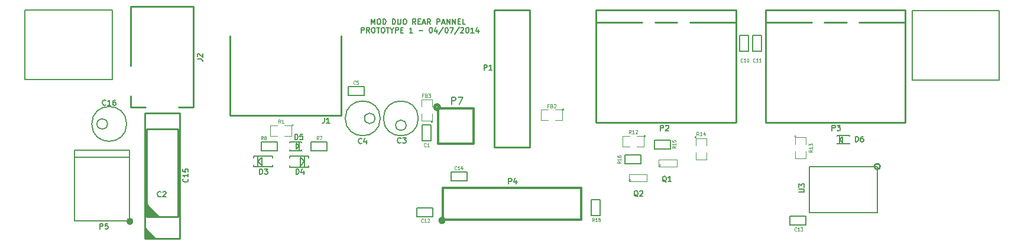
<source format=gto>
G04 (created by PCBNEW (2013-07-07 BZR 4022)-stable) date 14/05/2014 10:05:02*
%MOIN*%
G04 Gerber Fmt 3.4, Leading zero omitted, Abs format*
%FSLAX34Y34*%
G01*
G70*
G90*
G04 APERTURE LIST*
%ADD10C,0.00590551*%
%ADD11C,0.02*%
%ADD12C,0.006*%
%ADD13C,0.0031*%
%ADD14C,0.0075*%
%ADD15C,0.005*%
%ADD16C,0.0039*%
%ADD17C,0.00984252*%
%ADD18C,0.012*%
%ADD19C,0.01*%
%ADD20C,0.0045*%
%ADD21C,0.0043*%
%ADD22C,0.008*%
G04 APERTURE END LIST*
G54D10*
G54D11*
X6046Y-12005D02*
G75*
G03X6046Y-12005I-101J0D01*
G74*
G01*
X23395Y-5540D02*
G75*
G03X23395Y-5540I-130J0D01*
G74*
G01*
X23656Y-11955D02*
G75*
G03X23656Y-11955I-111J0D01*
G74*
G01*
G54D12*
X19557Y-846D02*
X19557Y-546D01*
X19657Y-760D01*
X19757Y-546D01*
X19757Y-846D01*
X19957Y-546D02*
X20014Y-546D01*
X20042Y-560D01*
X20071Y-589D01*
X20085Y-646D01*
X20085Y-746D01*
X20071Y-803D01*
X20042Y-832D01*
X20014Y-846D01*
X19957Y-846D01*
X19928Y-832D01*
X19900Y-803D01*
X19885Y-746D01*
X19885Y-646D01*
X19900Y-589D01*
X19928Y-560D01*
X19957Y-546D01*
X20214Y-846D02*
X20214Y-546D01*
X20285Y-546D01*
X20328Y-560D01*
X20357Y-589D01*
X20371Y-617D01*
X20385Y-675D01*
X20385Y-717D01*
X20371Y-775D01*
X20357Y-803D01*
X20328Y-832D01*
X20285Y-846D01*
X20214Y-846D01*
X20742Y-846D02*
X20742Y-546D01*
X20814Y-546D01*
X20857Y-560D01*
X20885Y-589D01*
X20899Y-617D01*
X20914Y-675D01*
X20914Y-717D01*
X20899Y-775D01*
X20885Y-803D01*
X20857Y-832D01*
X20814Y-846D01*
X20742Y-846D01*
X21042Y-546D02*
X21042Y-789D01*
X21057Y-817D01*
X21071Y-832D01*
X21099Y-846D01*
X21157Y-846D01*
X21185Y-832D01*
X21199Y-817D01*
X21214Y-789D01*
X21214Y-546D01*
X21414Y-546D02*
X21471Y-546D01*
X21500Y-560D01*
X21528Y-589D01*
X21542Y-646D01*
X21542Y-746D01*
X21528Y-803D01*
X21500Y-832D01*
X21471Y-846D01*
X21414Y-846D01*
X21385Y-832D01*
X21357Y-803D01*
X21342Y-746D01*
X21342Y-646D01*
X21357Y-589D01*
X21385Y-560D01*
X21414Y-546D01*
X22071Y-846D02*
X21971Y-703D01*
X21900Y-846D02*
X21900Y-546D01*
X22014Y-546D01*
X22042Y-560D01*
X22057Y-575D01*
X22071Y-603D01*
X22071Y-646D01*
X22057Y-675D01*
X22042Y-689D01*
X22014Y-703D01*
X21900Y-703D01*
X22200Y-689D02*
X22300Y-689D01*
X22342Y-846D02*
X22200Y-846D01*
X22200Y-546D01*
X22342Y-546D01*
X22457Y-760D02*
X22600Y-760D01*
X22428Y-846D02*
X22528Y-546D01*
X22628Y-846D01*
X22900Y-846D02*
X22800Y-703D01*
X22728Y-846D02*
X22728Y-546D01*
X22842Y-546D01*
X22871Y-560D01*
X22885Y-575D01*
X22900Y-603D01*
X22900Y-646D01*
X22885Y-675D01*
X22871Y-689D01*
X22842Y-703D01*
X22728Y-703D01*
X23257Y-846D02*
X23257Y-546D01*
X23371Y-546D01*
X23400Y-560D01*
X23414Y-575D01*
X23428Y-603D01*
X23428Y-646D01*
X23414Y-675D01*
X23400Y-689D01*
X23371Y-703D01*
X23257Y-703D01*
X23542Y-760D02*
X23685Y-760D01*
X23514Y-846D02*
X23614Y-546D01*
X23714Y-846D01*
X23814Y-846D02*
X23814Y-546D01*
X23985Y-846D01*
X23985Y-546D01*
X24128Y-846D02*
X24128Y-546D01*
X24300Y-846D01*
X24300Y-546D01*
X24442Y-689D02*
X24542Y-689D01*
X24585Y-846D02*
X24442Y-846D01*
X24442Y-546D01*
X24585Y-546D01*
X24857Y-846D02*
X24714Y-846D01*
X24714Y-546D01*
X18985Y-1326D02*
X18985Y-1026D01*
X19100Y-1026D01*
X19128Y-1040D01*
X19142Y-1055D01*
X19157Y-1083D01*
X19157Y-1126D01*
X19142Y-1155D01*
X19128Y-1169D01*
X19100Y-1183D01*
X18985Y-1183D01*
X19457Y-1326D02*
X19357Y-1183D01*
X19285Y-1326D02*
X19285Y-1026D01*
X19400Y-1026D01*
X19428Y-1040D01*
X19442Y-1055D01*
X19457Y-1083D01*
X19457Y-1126D01*
X19442Y-1155D01*
X19428Y-1169D01*
X19400Y-1183D01*
X19285Y-1183D01*
X19642Y-1026D02*
X19700Y-1026D01*
X19728Y-1040D01*
X19757Y-1069D01*
X19771Y-1126D01*
X19771Y-1226D01*
X19757Y-1283D01*
X19728Y-1312D01*
X19700Y-1326D01*
X19642Y-1326D01*
X19614Y-1312D01*
X19585Y-1283D01*
X19571Y-1226D01*
X19571Y-1126D01*
X19585Y-1069D01*
X19614Y-1040D01*
X19642Y-1026D01*
X19857Y-1026D02*
X20028Y-1026D01*
X19942Y-1326D02*
X19942Y-1026D01*
X20185Y-1026D02*
X20242Y-1026D01*
X20271Y-1040D01*
X20300Y-1069D01*
X20314Y-1126D01*
X20314Y-1226D01*
X20300Y-1283D01*
X20271Y-1312D01*
X20242Y-1326D01*
X20185Y-1326D01*
X20157Y-1312D01*
X20128Y-1283D01*
X20114Y-1226D01*
X20114Y-1126D01*
X20128Y-1069D01*
X20157Y-1040D01*
X20185Y-1026D01*
X20400Y-1026D02*
X20571Y-1026D01*
X20485Y-1326D02*
X20485Y-1026D01*
X20728Y-1183D02*
X20728Y-1326D01*
X20628Y-1026D02*
X20728Y-1183D01*
X20828Y-1026D01*
X20928Y-1326D02*
X20928Y-1026D01*
X21042Y-1026D01*
X21071Y-1040D01*
X21085Y-1055D01*
X21100Y-1083D01*
X21100Y-1126D01*
X21085Y-1155D01*
X21071Y-1169D01*
X21042Y-1183D01*
X20928Y-1183D01*
X21228Y-1169D02*
X21328Y-1169D01*
X21371Y-1326D02*
X21228Y-1326D01*
X21228Y-1026D01*
X21371Y-1026D01*
X21885Y-1326D02*
X21714Y-1326D01*
X21800Y-1326D02*
X21800Y-1026D01*
X21771Y-1069D01*
X21742Y-1097D01*
X21714Y-1112D01*
X22242Y-1212D02*
X22471Y-1212D01*
X22900Y-1026D02*
X22928Y-1026D01*
X22957Y-1040D01*
X22971Y-1055D01*
X22985Y-1083D01*
X23000Y-1140D01*
X23000Y-1212D01*
X22985Y-1269D01*
X22971Y-1297D01*
X22957Y-1312D01*
X22928Y-1326D01*
X22900Y-1326D01*
X22871Y-1312D01*
X22857Y-1297D01*
X22842Y-1269D01*
X22828Y-1212D01*
X22828Y-1140D01*
X22842Y-1083D01*
X22857Y-1055D01*
X22871Y-1040D01*
X22900Y-1026D01*
X23257Y-1126D02*
X23257Y-1326D01*
X23185Y-1012D02*
X23114Y-1226D01*
X23300Y-1226D01*
X23628Y-1012D02*
X23371Y-1397D01*
X23785Y-1026D02*
X23814Y-1026D01*
X23842Y-1040D01*
X23857Y-1055D01*
X23871Y-1083D01*
X23885Y-1140D01*
X23885Y-1212D01*
X23871Y-1269D01*
X23857Y-1297D01*
X23842Y-1312D01*
X23814Y-1326D01*
X23785Y-1326D01*
X23757Y-1312D01*
X23742Y-1297D01*
X23728Y-1269D01*
X23714Y-1212D01*
X23714Y-1140D01*
X23728Y-1083D01*
X23742Y-1055D01*
X23757Y-1040D01*
X23785Y-1026D01*
X23985Y-1026D02*
X24185Y-1026D01*
X24057Y-1326D01*
X24514Y-1012D02*
X24257Y-1397D01*
X24600Y-1055D02*
X24614Y-1040D01*
X24642Y-1026D01*
X24714Y-1026D01*
X24742Y-1040D01*
X24757Y-1055D01*
X24771Y-1083D01*
X24771Y-1112D01*
X24757Y-1155D01*
X24585Y-1326D01*
X24771Y-1326D01*
X24957Y-1026D02*
X24985Y-1026D01*
X25014Y-1040D01*
X25028Y-1055D01*
X25042Y-1083D01*
X25057Y-1140D01*
X25057Y-1212D01*
X25042Y-1269D01*
X25028Y-1297D01*
X25014Y-1312D01*
X24985Y-1326D01*
X24957Y-1326D01*
X24928Y-1312D01*
X24914Y-1297D01*
X24900Y-1269D01*
X24885Y-1212D01*
X24885Y-1140D01*
X24900Y-1083D01*
X24914Y-1055D01*
X24928Y-1040D01*
X24957Y-1026D01*
X25342Y-1326D02*
X25171Y-1326D01*
X25257Y-1326D02*
X25257Y-1026D01*
X25228Y-1069D01*
X25199Y-1097D01*
X25171Y-1112D01*
X25599Y-1126D02*
X25599Y-1326D01*
X25528Y-1012D02*
X25457Y-1226D01*
X25642Y-1226D01*
G54D13*
X35874Y-8838D02*
G75*
G03X35874Y-8838I-62J0D01*
G74*
G01*
X36775Y-8500D02*
X36775Y-8900D01*
X35750Y-8500D02*
X35750Y-8900D01*
X36775Y-8900D02*
X35750Y-8900D01*
X35750Y-8500D02*
X36775Y-8500D01*
G54D14*
X13976Y-8305D02*
X13976Y-8400D01*
X13976Y-8914D02*
X13976Y-8820D01*
X12914Y-8916D02*
X12914Y-8820D01*
X12914Y-8305D02*
X12914Y-8400D01*
X13976Y-8915D02*
X12914Y-8915D01*
X12914Y-8305D02*
X13976Y-8305D01*
X13169Y-8305D02*
X13169Y-8915D01*
X13169Y-8610D02*
X13406Y-8374D01*
X13406Y-8374D02*
X13406Y-8846D01*
X13406Y-8846D02*
X13169Y-8610D01*
X14974Y-8930D02*
X14974Y-8835D01*
X14974Y-8321D02*
X14974Y-8415D01*
X16036Y-8319D02*
X16036Y-8415D01*
X16036Y-8930D02*
X16036Y-8835D01*
X14974Y-8320D02*
X16036Y-8320D01*
X16036Y-8930D02*
X14974Y-8930D01*
X15781Y-8930D02*
X15781Y-8320D01*
X15781Y-8625D02*
X15544Y-8861D01*
X15544Y-8861D02*
X15544Y-8389D01*
X15544Y-8389D02*
X15781Y-8625D01*
G54D10*
X19763Y-6175D02*
G75*
G03X19763Y-6175I-295J0D01*
G74*
G01*
X20059Y-6175D02*
G75*
G03X20059Y-6175I-984J0D01*
G74*
G01*
G54D15*
X24070Y-9210D02*
X24970Y-9210D01*
X24970Y-9210D02*
X24970Y-9710D01*
X24970Y-9710D02*
X24070Y-9710D01*
X24070Y-9710D02*
X24070Y-9210D01*
X40835Y-1460D02*
X40835Y-2360D01*
X40835Y-2360D02*
X40335Y-2360D01*
X40335Y-2360D02*
X40335Y-1460D01*
X40335Y-1460D02*
X40835Y-1460D01*
X44055Y-12205D02*
X43155Y-12205D01*
X43155Y-12205D02*
X43155Y-11705D01*
X43155Y-11705D02*
X44055Y-11705D01*
X44055Y-11705D02*
X44055Y-12205D01*
X18265Y-4365D02*
X19165Y-4365D01*
X19165Y-4365D02*
X19165Y-4865D01*
X19165Y-4865D02*
X18265Y-4865D01*
X18265Y-4865D02*
X18265Y-4365D01*
X34750Y-8750D02*
X33850Y-8750D01*
X33850Y-8750D02*
X33850Y-8250D01*
X33850Y-8250D02*
X34750Y-8250D01*
X34750Y-8250D02*
X34750Y-8750D01*
X41560Y-1460D02*
X41560Y-2360D01*
X41560Y-2360D02*
X41060Y-2360D01*
X41060Y-2360D02*
X41060Y-1460D01*
X41060Y-1460D02*
X41560Y-1460D01*
X36425Y-7900D02*
X35525Y-7900D01*
X35525Y-7900D02*
X35525Y-7400D01*
X35525Y-7400D02*
X36425Y-7400D01*
X36425Y-7400D02*
X36425Y-7900D01*
X32465Y-10785D02*
X32465Y-11685D01*
X32465Y-11685D02*
X31965Y-11685D01*
X31965Y-11685D02*
X31965Y-10785D01*
X31965Y-10785D02*
X32465Y-10785D01*
X16170Y-7500D02*
X17070Y-7500D01*
X17070Y-7500D02*
X17070Y-8000D01*
X17070Y-8000D02*
X16170Y-8000D01*
X16170Y-8000D02*
X16170Y-7500D01*
X13350Y-7500D02*
X14250Y-7500D01*
X14250Y-7500D02*
X14250Y-8000D01*
X14250Y-8000D02*
X13350Y-8000D01*
X13350Y-8000D02*
X13350Y-7500D01*
X23025Y-11750D02*
X22125Y-11750D01*
X22125Y-11750D02*
X22125Y-11250D01*
X22125Y-11250D02*
X23025Y-11250D01*
X23025Y-11250D02*
X23025Y-11750D01*
G54D16*
X35025Y-7175D02*
G75*
G03X35025Y-7175I-50J0D01*
G74*
G01*
X34525Y-7175D02*
X34925Y-7175D01*
X34925Y-7175D02*
X34925Y-7775D01*
X34925Y-7775D02*
X34525Y-7775D01*
X34125Y-7775D02*
X33725Y-7775D01*
X33725Y-7775D02*
X33725Y-7175D01*
X33725Y-7175D02*
X34125Y-7175D01*
X37900Y-7250D02*
G75*
G03X37900Y-7250I-50J0D01*
G74*
G01*
X37850Y-7700D02*
X37850Y-7300D01*
X37850Y-7300D02*
X38450Y-7300D01*
X38450Y-7300D02*
X38450Y-7700D01*
X38450Y-8100D02*
X38450Y-8500D01*
X38450Y-8500D02*
X37850Y-8500D01*
X37850Y-8500D02*
X37850Y-8100D01*
X43500Y-7200D02*
G75*
G03X43500Y-7200I-50J0D01*
G74*
G01*
X43450Y-7650D02*
X43450Y-7250D01*
X43450Y-7250D02*
X44050Y-7250D01*
X44050Y-7250D02*
X44050Y-7650D01*
X44050Y-8050D02*
X44050Y-8450D01*
X44050Y-8450D02*
X43450Y-8450D01*
X43450Y-8450D02*
X43450Y-8050D01*
X15170Y-6570D02*
G75*
G03X15170Y-6570I-50J0D01*
G74*
G01*
X14670Y-6570D02*
X15070Y-6570D01*
X15070Y-6570D02*
X15070Y-7170D01*
X15070Y-7170D02*
X14670Y-7170D01*
X14270Y-7170D02*
X13870Y-7170D01*
X13870Y-7170D02*
X13870Y-6570D01*
X13870Y-6570D02*
X14270Y-6570D01*
G54D17*
X48245Y-8900D02*
G75*
G03X48245Y-8900I-161J0D01*
G74*
G01*
G54D10*
X48084Y-11499D02*
X48084Y-8900D01*
X48084Y-8900D02*
X44265Y-8900D01*
X44265Y-8900D02*
X44265Y-11499D01*
X44265Y-11499D02*
X48084Y-11499D01*
G54D14*
X15497Y-7996D02*
X15497Y-7504D01*
X15329Y-7917D02*
X15329Y-7583D01*
X15329Y-7583D02*
X15497Y-7750D01*
X15497Y-7750D02*
X15329Y-7917D01*
X15625Y-7504D02*
X15625Y-7553D01*
X15625Y-7996D02*
X15625Y-7947D01*
X14955Y-7504D02*
X14955Y-7553D01*
X14955Y-7996D02*
X14955Y-7947D01*
X15625Y-7506D02*
X14955Y-7506D01*
X15625Y-7998D02*
X14955Y-7998D01*
X45968Y-7129D02*
X45968Y-7621D01*
X46136Y-7208D02*
X46136Y-7542D01*
X46136Y-7542D02*
X45968Y-7375D01*
X45968Y-7375D02*
X46136Y-7208D01*
X45840Y-7621D02*
X45840Y-7572D01*
X45840Y-7129D02*
X45840Y-7178D01*
X46510Y-7621D02*
X46510Y-7572D01*
X46510Y-7129D02*
X46510Y-7178D01*
X45840Y-7619D02*
X46510Y-7619D01*
X45840Y-7127D02*
X46510Y-7127D01*
G54D13*
X34199Y-9688D02*
G75*
G03X34199Y-9688I-62J0D01*
G74*
G01*
X35100Y-9350D02*
X35100Y-9750D01*
X34075Y-9350D02*
X34075Y-9750D01*
X35100Y-9750D02*
X34075Y-9750D01*
X34075Y-9350D02*
X35100Y-9350D01*
G54D18*
X23600Y-11900D02*
X23600Y-10100D01*
X23600Y-10100D02*
X31400Y-10100D01*
X31400Y-10100D02*
X31400Y-11900D01*
X31400Y-11900D02*
X23600Y-11900D01*
G54D15*
X5918Y-8376D02*
X2818Y-8376D01*
X5150Y-7962D02*
X2818Y-7962D01*
X5150Y-11978D02*
X2818Y-11978D01*
X2818Y-11978D02*
X2818Y-7962D01*
X5918Y-9970D02*
X5918Y-7962D01*
X5918Y-7962D02*
X5150Y-7962D01*
X5918Y-9970D02*
X5918Y-11978D01*
X5918Y-11978D02*
X5150Y-11978D01*
G54D10*
X4681Y-6490D02*
G75*
G03X4681Y-6490I-295J0D01*
G74*
G01*
X5764Y-6490D02*
G75*
G03X5764Y-6490I-984J0D01*
G74*
G01*
G54D17*
X7267Y-12963D02*
X6775Y-12471D01*
X7071Y-12963D02*
X6775Y-12668D01*
X6874Y-12963D02*
X6775Y-12864D01*
X6972Y-12963D02*
X6775Y-12766D01*
X7169Y-12963D02*
X6775Y-12569D01*
X7366Y-12963D02*
X6775Y-12372D01*
X8744Y-5876D02*
X6775Y-5876D01*
X8744Y-12963D02*
X8744Y-5876D01*
X6775Y-12963D02*
X6775Y-5876D01*
X8744Y-12963D02*
X6775Y-12963D01*
G54D10*
X50049Y-61D02*
X54970Y-61D01*
X54970Y-61D02*
X54970Y-3998D01*
X54970Y-3998D02*
X50049Y-3998D01*
X50049Y-3998D02*
X50049Y-61D01*
X29Y-26D02*
X4950Y-26D01*
X4950Y-26D02*
X4950Y-3963D01*
X4950Y-3963D02*
X29Y-3963D01*
X29Y-3963D02*
X29Y-26D01*
G54D15*
X22425Y-7450D02*
X22425Y-6550D01*
X22425Y-6550D02*
X22925Y-6550D01*
X22925Y-6550D02*
X22925Y-7450D01*
X22925Y-7450D02*
X22425Y-7450D01*
G54D18*
X25325Y-5600D02*
X25325Y-7600D01*
X25325Y-7600D02*
X23325Y-7600D01*
X23325Y-7600D02*
X23325Y-5600D01*
X23325Y-5600D02*
X25325Y-5600D01*
G54D16*
X23025Y-6375D02*
G75*
G03X23025Y-6375I-50J0D01*
G74*
G01*
X22975Y-5925D02*
X22975Y-6325D01*
X22975Y-6325D02*
X22375Y-6325D01*
X22375Y-6325D02*
X22375Y-5925D01*
X22375Y-5525D02*
X22375Y-5125D01*
X22375Y-5125D02*
X22975Y-5125D01*
X22975Y-5125D02*
X22975Y-5525D01*
G54D10*
X21520Y-6568D02*
G75*
G03X21520Y-6568I-295J0D01*
G74*
G01*
X22209Y-6175D02*
G75*
G03X22209Y-6175I-984J0D01*
G74*
G01*
G54D16*
X30425Y-5675D02*
G75*
G03X30425Y-5675I-50J0D01*
G74*
G01*
X29925Y-5675D02*
X30325Y-5675D01*
X30325Y-5675D02*
X30325Y-6275D01*
X30325Y-6275D02*
X29925Y-6275D01*
X29525Y-6275D02*
X29125Y-6275D01*
X29125Y-6275D02*
X29125Y-5675D01*
X29125Y-5675D02*
X29525Y-5675D01*
G54D19*
X11605Y-6004D02*
X11605Y-1517D01*
X17845Y-6004D02*
X17845Y-1517D01*
X11604Y-6003D02*
X17845Y-6003D01*
X28503Y-44D02*
X28503Y-7800D01*
X28503Y-44D02*
X26496Y-44D01*
X28503Y-7800D02*
X26496Y-7800D01*
X26503Y-44D02*
X26503Y-7800D01*
G54D17*
X46315Y-755D02*
X46354Y-755D01*
X45114Y-755D02*
X45095Y-755D01*
X41787Y-755D02*
X44386Y-755D01*
X46315Y-755D02*
X45114Y-755D01*
X49662Y-755D02*
X47063Y-755D01*
X49662Y-47D02*
X41787Y-47D01*
X41787Y-47D02*
X41787Y-6425D01*
X41787Y-6425D02*
X49662Y-6425D01*
X49662Y-6425D02*
X49662Y-47D01*
X36765Y-755D02*
X36804Y-755D01*
X35564Y-755D02*
X35545Y-755D01*
X32237Y-755D02*
X34836Y-755D01*
X36765Y-755D02*
X35564Y-755D01*
X40112Y-755D02*
X37513Y-755D01*
X40112Y-47D02*
X32237Y-47D01*
X32237Y-47D02*
X32237Y-6425D01*
X32237Y-6425D02*
X40112Y-6425D01*
X40112Y-6425D02*
X40112Y-47D01*
X7566Y-11732D02*
X6877Y-11043D01*
X7468Y-11732D02*
X6877Y-11141D01*
X6897Y-11279D02*
X7350Y-11732D01*
X7212Y-11732D02*
X6877Y-11397D01*
X6877Y-11515D02*
X7094Y-11732D01*
X6956Y-11732D02*
X6877Y-11653D01*
X6877Y-11732D02*
X6877Y-6771D01*
X6877Y-6771D02*
X8649Y-6771D01*
X8649Y-6771D02*
X8649Y-11732D01*
X8649Y-11732D02*
X6877Y-11732D01*
X5988Y142D02*
X5988Y-3223D01*
X5988Y-5526D02*
X5988Y-4916D01*
X5988Y-5526D02*
X6815Y-5526D01*
X5988Y142D02*
X9531Y142D01*
X9531Y142D02*
X9531Y-5526D01*
X9531Y-5526D02*
X8704Y-5526D01*
G54D12*
X36196Y-9775D02*
X36167Y-9760D01*
X36139Y-9732D01*
X36096Y-9689D01*
X36067Y-9675D01*
X36039Y-9675D01*
X36053Y-9746D02*
X36025Y-9732D01*
X35996Y-9703D01*
X35982Y-9646D01*
X35982Y-9546D01*
X35996Y-9489D01*
X36025Y-9460D01*
X36053Y-9446D01*
X36110Y-9446D01*
X36139Y-9460D01*
X36167Y-9489D01*
X36182Y-9546D01*
X36182Y-9646D01*
X36167Y-9703D01*
X36139Y-9732D01*
X36110Y-9746D01*
X36053Y-9746D01*
X36467Y-9746D02*
X36296Y-9746D01*
X36382Y-9746D02*
X36382Y-9446D01*
X36353Y-9489D01*
X36325Y-9517D01*
X36296Y-9532D01*
X13263Y-9336D02*
X13263Y-9036D01*
X13335Y-9036D01*
X13377Y-9050D01*
X13406Y-9079D01*
X13420Y-9107D01*
X13435Y-9165D01*
X13435Y-9207D01*
X13420Y-9265D01*
X13406Y-9293D01*
X13377Y-9322D01*
X13335Y-9336D01*
X13263Y-9336D01*
X13535Y-9036D02*
X13720Y-9036D01*
X13620Y-9150D01*
X13663Y-9150D01*
X13692Y-9165D01*
X13706Y-9179D01*
X13720Y-9207D01*
X13720Y-9279D01*
X13706Y-9307D01*
X13692Y-9322D01*
X13663Y-9336D01*
X13577Y-9336D01*
X13549Y-9322D01*
X13535Y-9307D01*
X15313Y-9331D02*
X15313Y-9031D01*
X15385Y-9031D01*
X15427Y-9045D01*
X15456Y-9074D01*
X15470Y-9102D01*
X15485Y-9160D01*
X15485Y-9202D01*
X15470Y-9260D01*
X15456Y-9288D01*
X15427Y-9317D01*
X15385Y-9331D01*
X15313Y-9331D01*
X15742Y-9131D02*
X15742Y-9331D01*
X15670Y-9017D02*
X15599Y-9231D01*
X15785Y-9231D01*
X19020Y-7572D02*
X19005Y-7587D01*
X18962Y-7601D01*
X18934Y-7601D01*
X18891Y-7587D01*
X18862Y-7558D01*
X18848Y-7530D01*
X18834Y-7472D01*
X18834Y-7430D01*
X18848Y-7372D01*
X18862Y-7344D01*
X18891Y-7315D01*
X18934Y-7301D01*
X18962Y-7301D01*
X19005Y-7315D01*
X19020Y-7330D01*
X19277Y-7401D02*
X19277Y-7601D01*
X19205Y-7287D02*
X19134Y-7501D01*
X19320Y-7501D01*
G54D20*
X24364Y-9061D02*
X24355Y-9071D01*
X24330Y-9080D01*
X24312Y-9080D01*
X24287Y-9071D01*
X24270Y-9052D01*
X24261Y-9033D01*
X24252Y-8995D01*
X24252Y-8966D01*
X24261Y-8928D01*
X24270Y-8909D01*
X24287Y-8890D01*
X24312Y-8880D01*
X24330Y-8880D01*
X24355Y-8890D01*
X24364Y-8900D01*
X24535Y-9080D02*
X24432Y-9080D01*
X24484Y-9080D02*
X24484Y-8880D01*
X24467Y-8909D01*
X24450Y-8928D01*
X24432Y-8938D01*
X24690Y-8947D02*
X24690Y-9080D01*
X24647Y-8871D02*
X24604Y-9014D01*
X24715Y-9014D01*
X40494Y-2971D02*
X40485Y-2981D01*
X40460Y-2990D01*
X40442Y-2990D01*
X40417Y-2981D01*
X40400Y-2962D01*
X40391Y-2943D01*
X40382Y-2905D01*
X40382Y-2876D01*
X40391Y-2838D01*
X40400Y-2819D01*
X40417Y-2800D01*
X40442Y-2790D01*
X40460Y-2790D01*
X40485Y-2800D01*
X40494Y-2810D01*
X40665Y-2990D02*
X40562Y-2990D01*
X40614Y-2990D02*
X40614Y-2790D01*
X40597Y-2819D01*
X40580Y-2838D01*
X40562Y-2848D01*
X40777Y-2790D02*
X40794Y-2790D01*
X40811Y-2800D01*
X40820Y-2810D01*
X40828Y-2829D01*
X40837Y-2867D01*
X40837Y-2914D01*
X40828Y-2952D01*
X40820Y-2971D01*
X40811Y-2981D01*
X40794Y-2990D01*
X40777Y-2990D01*
X40760Y-2981D01*
X40751Y-2971D01*
X40742Y-2952D01*
X40734Y-2914D01*
X40734Y-2867D01*
X40742Y-2829D01*
X40751Y-2810D01*
X40760Y-2800D01*
X40777Y-2790D01*
X43529Y-12526D02*
X43520Y-12536D01*
X43495Y-12545D01*
X43477Y-12545D01*
X43452Y-12536D01*
X43435Y-12517D01*
X43426Y-12498D01*
X43417Y-12460D01*
X43417Y-12431D01*
X43426Y-12393D01*
X43435Y-12374D01*
X43452Y-12355D01*
X43477Y-12345D01*
X43495Y-12345D01*
X43520Y-12355D01*
X43529Y-12365D01*
X43700Y-12545D02*
X43597Y-12545D01*
X43649Y-12545D02*
X43649Y-12345D01*
X43632Y-12374D01*
X43615Y-12393D01*
X43597Y-12403D01*
X43760Y-12345D02*
X43872Y-12345D01*
X43812Y-12422D01*
X43837Y-12422D01*
X43855Y-12431D01*
X43863Y-12441D01*
X43872Y-12460D01*
X43872Y-12507D01*
X43863Y-12526D01*
X43855Y-12536D01*
X43837Y-12545D01*
X43786Y-12545D01*
X43769Y-12536D01*
X43760Y-12526D01*
X18660Y-4226D02*
X18651Y-4236D01*
X18625Y-4245D01*
X18608Y-4245D01*
X18582Y-4236D01*
X18565Y-4217D01*
X18557Y-4198D01*
X18548Y-4160D01*
X18548Y-4131D01*
X18557Y-4093D01*
X18565Y-4074D01*
X18582Y-4055D01*
X18608Y-4045D01*
X18625Y-4045D01*
X18651Y-4055D01*
X18660Y-4065D01*
X18822Y-4045D02*
X18737Y-4045D01*
X18728Y-4141D01*
X18737Y-4131D01*
X18754Y-4122D01*
X18797Y-4122D01*
X18814Y-4131D01*
X18822Y-4141D01*
X18831Y-4160D01*
X18831Y-4207D01*
X18822Y-4226D01*
X18814Y-4236D01*
X18797Y-4245D01*
X18754Y-4245D01*
X18737Y-4236D01*
X18728Y-4226D01*
X33630Y-8615D02*
X33535Y-8675D01*
X33630Y-8718D02*
X33430Y-8718D01*
X33430Y-8650D01*
X33440Y-8632D01*
X33450Y-8624D01*
X33469Y-8615D01*
X33497Y-8615D01*
X33516Y-8624D01*
X33526Y-8632D01*
X33535Y-8650D01*
X33535Y-8718D01*
X33630Y-8444D02*
X33630Y-8547D01*
X33630Y-8495D02*
X33430Y-8495D01*
X33459Y-8512D01*
X33478Y-8530D01*
X33488Y-8547D01*
X33430Y-8290D02*
X33430Y-8324D01*
X33440Y-8341D01*
X33450Y-8350D01*
X33478Y-8367D01*
X33516Y-8375D01*
X33592Y-8375D01*
X33611Y-8367D01*
X33621Y-8358D01*
X33630Y-8341D01*
X33630Y-8307D01*
X33621Y-8290D01*
X33611Y-8281D01*
X33592Y-8272D01*
X33545Y-8272D01*
X33526Y-8281D01*
X33516Y-8290D01*
X33507Y-8307D01*
X33507Y-8341D01*
X33516Y-8358D01*
X33526Y-8367D01*
X33545Y-8375D01*
X41194Y-2971D02*
X41185Y-2981D01*
X41160Y-2990D01*
X41142Y-2990D01*
X41117Y-2981D01*
X41100Y-2962D01*
X41091Y-2943D01*
X41082Y-2905D01*
X41082Y-2876D01*
X41091Y-2838D01*
X41100Y-2819D01*
X41117Y-2800D01*
X41142Y-2790D01*
X41160Y-2790D01*
X41185Y-2800D01*
X41194Y-2810D01*
X41365Y-2990D02*
X41262Y-2990D01*
X41314Y-2990D02*
X41314Y-2790D01*
X41297Y-2819D01*
X41280Y-2838D01*
X41262Y-2848D01*
X41537Y-2990D02*
X41434Y-2990D01*
X41485Y-2990D02*
X41485Y-2790D01*
X41468Y-2819D01*
X41451Y-2838D01*
X41434Y-2848D01*
X36715Y-7755D02*
X36620Y-7815D01*
X36715Y-7858D02*
X36515Y-7858D01*
X36515Y-7790D01*
X36525Y-7772D01*
X36535Y-7764D01*
X36554Y-7755D01*
X36582Y-7755D01*
X36601Y-7764D01*
X36611Y-7772D01*
X36620Y-7790D01*
X36620Y-7858D01*
X36715Y-7584D02*
X36715Y-7687D01*
X36715Y-7635D02*
X36515Y-7635D01*
X36544Y-7652D01*
X36563Y-7670D01*
X36573Y-7687D01*
X36515Y-7421D02*
X36515Y-7507D01*
X36611Y-7515D01*
X36601Y-7507D01*
X36592Y-7490D01*
X36592Y-7447D01*
X36601Y-7430D01*
X36611Y-7421D01*
X36630Y-7412D01*
X36677Y-7412D01*
X36696Y-7421D01*
X36706Y-7430D01*
X36715Y-7447D01*
X36715Y-7490D01*
X36706Y-7507D01*
X36696Y-7515D01*
X32129Y-12020D02*
X32069Y-11925D01*
X32026Y-12020D02*
X32026Y-11820D01*
X32095Y-11820D01*
X32112Y-11830D01*
X32120Y-11840D01*
X32129Y-11859D01*
X32129Y-11887D01*
X32120Y-11906D01*
X32112Y-11916D01*
X32095Y-11925D01*
X32026Y-11925D01*
X32300Y-12020D02*
X32197Y-12020D01*
X32249Y-12020D02*
X32249Y-11820D01*
X32232Y-11849D01*
X32215Y-11868D01*
X32197Y-11878D01*
X32403Y-11906D02*
X32386Y-11897D01*
X32377Y-11887D01*
X32369Y-11868D01*
X32369Y-11859D01*
X32377Y-11840D01*
X32386Y-11830D01*
X32403Y-11820D01*
X32437Y-11820D01*
X32455Y-11830D01*
X32463Y-11840D01*
X32472Y-11859D01*
X32472Y-11868D01*
X32463Y-11887D01*
X32455Y-11897D01*
X32437Y-11906D01*
X32403Y-11906D01*
X32386Y-11916D01*
X32377Y-11925D01*
X32369Y-11944D01*
X32369Y-11982D01*
X32377Y-12001D01*
X32386Y-12011D01*
X32403Y-12020D01*
X32437Y-12020D01*
X32455Y-12011D01*
X32463Y-12001D01*
X32472Y-11982D01*
X32472Y-11944D01*
X32463Y-11925D01*
X32455Y-11916D01*
X32437Y-11906D01*
X16585Y-7370D02*
X16525Y-7275D01*
X16482Y-7370D02*
X16482Y-7170D01*
X16550Y-7170D01*
X16567Y-7180D01*
X16576Y-7190D01*
X16585Y-7209D01*
X16585Y-7237D01*
X16576Y-7256D01*
X16567Y-7266D01*
X16550Y-7275D01*
X16482Y-7275D01*
X16645Y-7170D02*
X16765Y-7170D01*
X16687Y-7370D01*
X13450Y-7385D02*
X13390Y-7290D01*
X13347Y-7385D02*
X13347Y-7185D01*
X13415Y-7185D01*
X13432Y-7195D01*
X13441Y-7205D01*
X13450Y-7224D01*
X13450Y-7252D01*
X13441Y-7271D01*
X13432Y-7281D01*
X13415Y-7290D01*
X13347Y-7290D01*
X13552Y-7271D02*
X13535Y-7262D01*
X13527Y-7252D01*
X13518Y-7233D01*
X13518Y-7224D01*
X13527Y-7205D01*
X13535Y-7195D01*
X13552Y-7185D01*
X13587Y-7185D01*
X13604Y-7195D01*
X13612Y-7205D01*
X13621Y-7224D01*
X13621Y-7233D01*
X13612Y-7252D01*
X13604Y-7262D01*
X13587Y-7271D01*
X13552Y-7271D01*
X13535Y-7281D01*
X13527Y-7290D01*
X13518Y-7309D01*
X13518Y-7347D01*
X13527Y-7366D01*
X13535Y-7376D01*
X13552Y-7385D01*
X13587Y-7385D01*
X13604Y-7376D01*
X13612Y-7366D01*
X13621Y-7347D01*
X13621Y-7309D01*
X13612Y-7290D01*
X13604Y-7281D01*
X13587Y-7271D01*
X22479Y-12031D02*
X22470Y-12041D01*
X22445Y-12050D01*
X22427Y-12050D01*
X22402Y-12041D01*
X22385Y-12022D01*
X22376Y-12003D01*
X22367Y-11965D01*
X22367Y-11936D01*
X22376Y-11898D01*
X22385Y-11879D01*
X22402Y-11860D01*
X22427Y-11850D01*
X22445Y-11850D01*
X22470Y-11860D01*
X22479Y-11870D01*
X22650Y-12050D02*
X22547Y-12050D01*
X22599Y-12050D02*
X22599Y-11850D01*
X22582Y-11879D01*
X22565Y-11898D01*
X22547Y-11908D01*
X22719Y-11870D02*
X22727Y-11860D01*
X22745Y-11850D01*
X22787Y-11850D01*
X22805Y-11860D01*
X22813Y-11870D01*
X22822Y-11889D01*
X22822Y-11908D01*
X22813Y-11936D01*
X22710Y-12050D01*
X22822Y-12050D01*
G54D21*
X34198Y-7029D02*
X34132Y-6935D01*
X34085Y-7029D02*
X34085Y-6832D01*
X34160Y-6832D01*
X34179Y-6842D01*
X34188Y-6851D01*
X34198Y-6870D01*
X34198Y-6898D01*
X34188Y-6917D01*
X34179Y-6926D01*
X34160Y-6935D01*
X34085Y-6935D01*
X34385Y-7029D02*
X34273Y-7029D01*
X34329Y-7029D02*
X34329Y-6832D01*
X34310Y-6860D01*
X34292Y-6879D01*
X34273Y-6889D01*
X34461Y-6851D02*
X34470Y-6842D01*
X34489Y-6832D01*
X34536Y-6832D01*
X34554Y-6842D01*
X34564Y-6851D01*
X34573Y-6870D01*
X34573Y-6889D01*
X34564Y-6917D01*
X34451Y-7029D01*
X34573Y-7029D01*
X38013Y-7154D02*
X37947Y-7060D01*
X37900Y-7154D02*
X37900Y-6957D01*
X37975Y-6957D01*
X37994Y-6967D01*
X38003Y-6976D01*
X38013Y-6995D01*
X38013Y-7023D01*
X38003Y-7042D01*
X37994Y-7051D01*
X37975Y-7060D01*
X37900Y-7060D01*
X38200Y-7154D02*
X38088Y-7154D01*
X38144Y-7154D02*
X38144Y-6957D01*
X38125Y-6985D01*
X38107Y-7004D01*
X38088Y-7014D01*
X38369Y-7023D02*
X38369Y-7154D01*
X38322Y-6948D02*
X38276Y-7089D01*
X38397Y-7089D01*
X44434Y-7971D02*
X44340Y-8037D01*
X44434Y-8084D02*
X44237Y-8084D01*
X44237Y-8009D01*
X44247Y-7990D01*
X44256Y-7981D01*
X44275Y-7971D01*
X44303Y-7971D01*
X44322Y-7981D01*
X44331Y-7990D01*
X44340Y-8009D01*
X44340Y-8084D01*
X44434Y-7784D02*
X44434Y-7896D01*
X44434Y-7840D02*
X44237Y-7840D01*
X44265Y-7859D01*
X44284Y-7877D01*
X44294Y-7896D01*
X44237Y-7718D02*
X44237Y-7596D01*
X44312Y-7662D01*
X44312Y-7633D01*
X44322Y-7615D01*
X44331Y-7605D01*
X44350Y-7596D01*
X44397Y-7596D01*
X44415Y-7605D01*
X44425Y-7615D01*
X44434Y-7633D01*
X44434Y-7690D01*
X44425Y-7708D01*
X44415Y-7718D01*
X14442Y-6449D02*
X14376Y-6355D01*
X14329Y-6449D02*
X14329Y-6252D01*
X14404Y-6252D01*
X14423Y-6262D01*
X14432Y-6271D01*
X14442Y-6290D01*
X14442Y-6318D01*
X14432Y-6337D01*
X14423Y-6346D01*
X14404Y-6355D01*
X14329Y-6355D01*
X14629Y-6449D02*
X14517Y-6449D01*
X14573Y-6449D02*
X14573Y-6252D01*
X14554Y-6280D01*
X14535Y-6299D01*
X14517Y-6309D01*
G54D12*
X43671Y-10353D02*
X43914Y-10353D01*
X43942Y-10339D01*
X43957Y-10325D01*
X43971Y-10296D01*
X43971Y-10239D01*
X43957Y-10210D01*
X43942Y-10196D01*
X43914Y-10182D01*
X43671Y-10182D01*
X43671Y-10067D02*
X43671Y-9882D01*
X43785Y-9982D01*
X43785Y-9939D01*
X43800Y-9910D01*
X43814Y-9896D01*
X43842Y-9882D01*
X43914Y-9882D01*
X43942Y-9896D01*
X43957Y-9910D01*
X43971Y-9939D01*
X43971Y-10025D01*
X43957Y-10053D01*
X43942Y-10067D01*
X15248Y-7376D02*
X15248Y-7076D01*
X15320Y-7076D01*
X15362Y-7090D01*
X15391Y-7119D01*
X15405Y-7147D01*
X15420Y-7205D01*
X15420Y-7247D01*
X15405Y-7305D01*
X15391Y-7333D01*
X15362Y-7362D01*
X15320Y-7376D01*
X15248Y-7376D01*
X15691Y-7076D02*
X15548Y-7076D01*
X15534Y-7219D01*
X15548Y-7205D01*
X15577Y-7190D01*
X15648Y-7190D01*
X15677Y-7205D01*
X15691Y-7219D01*
X15705Y-7247D01*
X15705Y-7319D01*
X15691Y-7347D01*
X15677Y-7362D01*
X15648Y-7376D01*
X15577Y-7376D01*
X15548Y-7362D01*
X15534Y-7347D01*
X46853Y-7496D02*
X46853Y-7196D01*
X46925Y-7196D01*
X46967Y-7210D01*
X46996Y-7239D01*
X47010Y-7267D01*
X47025Y-7325D01*
X47025Y-7367D01*
X47010Y-7425D01*
X46996Y-7453D01*
X46967Y-7482D01*
X46925Y-7496D01*
X46853Y-7496D01*
X47282Y-7196D02*
X47225Y-7196D01*
X47196Y-7210D01*
X47182Y-7225D01*
X47153Y-7267D01*
X47139Y-7325D01*
X47139Y-7439D01*
X47153Y-7467D01*
X47167Y-7482D01*
X47196Y-7496D01*
X47253Y-7496D01*
X47282Y-7482D01*
X47296Y-7467D01*
X47310Y-7439D01*
X47310Y-7367D01*
X47296Y-7339D01*
X47282Y-7325D01*
X47253Y-7310D01*
X47196Y-7310D01*
X47167Y-7325D01*
X47153Y-7339D01*
X47139Y-7367D01*
X34596Y-10600D02*
X34567Y-10585D01*
X34539Y-10557D01*
X34496Y-10514D01*
X34467Y-10500D01*
X34439Y-10500D01*
X34453Y-10571D02*
X34425Y-10557D01*
X34396Y-10528D01*
X34382Y-10471D01*
X34382Y-10371D01*
X34396Y-10314D01*
X34425Y-10285D01*
X34453Y-10271D01*
X34510Y-10271D01*
X34539Y-10285D01*
X34567Y-10314D01*
X34582Y-10371D01*
X34582Y-10471D01*
X34567Y-10528D01*
X34539Y-10557D01*
X34510Y-10571D01*
X34453Y-10571D01*
X34696Y-10300D02*
X34710Y-10285D01*
X34739Y-10271D01*
X34810Y-10271D01*
X34839Y-10285D01*
X34853Y-10300D01*
X34867Y-10328D01*
X34867Y-10357D01*
X34853Y-10400D01*
X34682Y-10571D01*
X34867Y-10571D01*
X27303Y-9871D02*
X27303Y-9571D01*
X27417Y-9571D01*
X27446Y-9585D01*
X27460Y-9600D01*
X27475Y-9628D01*
X27475Y-9671D01*
X27460Y-9700D01*
X27446Y-9714D01*
X27417Y-9728D01*
X27303Y-9728D01*
X27732Y-9671D02*
X27732Y-9871D01*
X27660Y-9557D02*
X27589Y-9771D01*
X27775Y-9771D01*
X4263Y-12426D02*
X4263Y-12126D01*
X4377Y-12126D01*
X4406Y-12140D01*
X4420Y-12155D01*
X4435Y-12183D01*
X4435Y-12226D01*
X4420Y-12255D01*
X4406Y-12269D01*
X4377Y-12283D01*
X4263Y-12283D01*
X4706Y-12126D02*
X4563Y-12126D01*
X4549Y-12269D01*
X4563Y-12255D01*
X4592Y-12240D01*
X4663Y-12240D01*
X4692Y-12255D01*
X4706Y-12269D01*
X4720Y-12297D01*
X4720Y-12369D01*
X4706Y-12397D01*
X4692Y-12412D01*
X4663Y-12426D01*
X4592Y-12426D01*
X4563Y-12412D01*
X4549Y-12397D01*
X4586Y-5403D02*
X4572Y-5418D01*
X4529Y-5432D01*
X4500Y-5432D01*
X4458Y-5418D01*
X4429Y-5389D01*
X4415Y-5361D01*
X4400Y-5303D01*
X4400Y-5261D01*
X4415Y-5203D01*
X4429Y-5175D01*
X4458Y-5146D01*
X4500Y-5132D01*
X4529Y-5132D01*
X4572Y-5146D01*
X4586Y-5161D01*
X4872Y-5432D02*
X4700Y-5432D01*
X4786Y-5432D02*
X4786Y-5132D01*
X4758Y-5175D01*
X4729Y-5203D01*
X4700Y-5218D01*
X5129Y-5132D02*
X5072Y-5132D01*
X5043Y-5146D01*
X5029Y-5161D01*
X5000Y-5203D01*
X4986Y-5261D01*
X4986Y-5375D01*
X5000Y-5403D01*
X5015Y-5418D01*
X5043Y-5432D01*
X5100Y-5432D01*
X5129Y-5418D01*
X5143Y-5403D01*
X5158Y-5375D01*
X5158Y-5303D01*
X5143Y-5275D01*
X5129Y-5261D01*
X5100Y-5246D01*
X5043Y-5246D01*
X5015Y-5261D01*
X5000Y-5275D01*
X4986Y-5303D01*
X9210Y-9602D02*
X9225Y-9616D01*
X9239Y-9659D01*
X9239Y-9688D01*
X9225Y-9730D01*
X9196Y-9759D01*
X9168Y-9773D01*
X9110Y-9788D01*
X9068Y-9788D01*
X9010Y-9773D01*
X8982Y-9759D01*
X8953Y-9730D01*
X8939Y-9688D01*
X8939Y-9659D01*
X8953Y-9616D01*
X8968Y-9602D01*
X9239Y-9316D02*
X9239Y-9488D01*
X9239Y-9402D02*
X8939Y-9402D01*
X8982Y-9430D01*
X9010Y-9459D01*
X9025Y-9488D01*
X8939Y-9045D02*
X8939Y-9188D01*
X9082Y-9202D01*
X9068Y-9188D01*
X9053Y-9159D01*
X9053Y-9088D01*
X9068Y-9059D01*
X9082Y-9045D01*
X9110Y-9030D01*
X9182Y-9030D01*
X9210Y-9045D01*
X9225Y-9059D01*
X9239Y-9088D01*
X9239Y-9159D01*
X9225Y-9188D01*
X9210Y-9202D01*
G54D20*
X22645Y-7761D02*
X22636Y-7771D01*
X22610Y-7780D01*
X22593Y-7780D01*
X22567Y-7771D01*
X22550Y-7752D01*
X22542Y-7733D01*
X22533Y-7695D01*
X22533Y-7666D01*
X22542Y-7628D01*
X22550Y-7609D01*
X22567Y-7590D01*
X22593Y-7580D01*
X22610Y-7580D01*
X22636Y-7590D01*
X22645Y-7600D01*
X22816Y-7780D02*
X22713Y-7780D01*
X22765Y-7780D02*
X22765Y-7580D01*
X22747Y-7609D01*
X22730Y-7628D01*
X22713Y-7638D01*
G54D22*
X24079Y-5361D02*
X24079Y-4961D01*
X24232Y-4961D01*
X24270Y-4980D01*
X24289Y-5000D01*
X24308Y-5038D01*
X24308Y-5095D01*
X24289Y-5133D01*
X24270Y-5152D01*
X24232Y-5171D01*
X24079Y-5171D01*
X24441Y-4961D02*
X24708Y-4961D01*
X24536Y-5361D01*
G54D21*
X22485Y-4876D02*
X22420Y-4876D01*
X22420Y-4979D02*
X22420Y-4782D01*
X22513Y-4782D01*
X22654Y-4876D02*
X22682Y-4885D01*
X22692Y-4895D01*
X22701Y-4914D01*
X22701Y-4942D01*
X22692Y-4960D01*
X22682Y-4970D01*
X22664Y-4979D01*
X22589Y-4979D01*
X22589Y-4782D01*
X22654Y-4782D01*
X22673Y-4792D01*
X22682Y-4801D01*
X22692Y-4820D01*
X22692Y-4839D01*
X22682Y-4857D01*
X22673Y-4867D01*
X22654Y-4876D01*
X22589Y-4876D01*
X22767Y-4782D02*
X22889Y-4782D01*
X22823Y-4857D01*
X22851Y-4857D01*
X22870Y-4867D01*
X22879Y-4876D01*
X22889Y-4895D01*
X22889Y-4942D01*
X22879Y-4960D01*
X22870Y-4970D01*
X22851Y-4979D01*
X22795Y-4979D01*
X22776Y-4970D01*
X22767Y-4960D01*
G54D12*
X21225Y-7542D02*
X21210Y-7557D01*
X21167Y-7571D01*
X21139Y-7571D01*
X21096Y-7557D01*
X21067Y-7528D01*
X21053Y-7500D01*
X21039Y-7442D01*
X21039Y-7400D01*
X21053Y-7342D01*
X21067Y-7314D01*
X21096Y-7285D01*
X21139Y-7271D01*
X21167Y-7271D01*
X21210Y-7285D01*
X21225Y-7300D01*
X21325Y-7271D02*
X21510Y-7271D01*
X21410Y-7385D01*
X21453Y-7385D01*
X21482Y-7400D01*
X21496Y-7414D01*
X21510Y-7442D01*
X21510Y-7514D01*
X21496Y-7542D01*
X21482Y-7557D01*
X21453Y-7571D01*
X21367Y-7571D01*
X21339Y-7557D01*
X21325Y-7542D01*
G54D21*
X29560Y-5476D02*
X29495Y-5476D01*
X29495Y-5579D02*
X29495Y-5382D01*
X29588Y-5382D01*
X29729Y-5476D02*
X29757Y-5485D01*
X29767Y-5495D01*
X29776Y-5514D01*
X29776Y-5542D01*
X29767Y-5560D01*
X29757Y-5570D01*
X29739Y-5579D01*
X29664Y-5579D01*
X29664Y-5382D01*
X29729Y-5382D01*
X29748Y-5392D01*
X29757Y-5401D01*
X29767Y-5420D01*
X29767Y-5439D01*
X29757Y-5457D01*
X29748Y-5467D01*
X29729Y-5476D01*
X29664Y-5476D01*
X29851Y-5401D02*
X29861Y-5392D01*
X29879Y-5382D01*
X29926Y-5382D01*
X29945Y-5392D01*
X29954Y-5401D01*
X29964Y-5420D01*
X29964Y-5439D01*
X29954Y-5467D01*
X29842Y-5579D01*
X29964Y-5579D01*
G54D12*
X16910Y-6141D02*
X16910Y-6355D01*
X16895Y-6398D01*
X16867Y-6427D01*
X16824Y-6441D01*
X16795Y-6441D01*
X17210Y-6441D02*
X17038Y-6441D01*
X17124Y-6441D02*
X17124Y-6141D01*
X17095Y-6184D01*
X17067Y-6212D01*
X17038Y-6227D01*
X25909Y-3437D02*
X25909Y-3137D01*
X26023Y-3137D01*
X26052Y-3151D01*
X26066Y-3166D01*
X26081Y-3194D01*
X26081Y-3237D01*
X26066Y-3266D01*
X26052Y-3280D01*
X26023Y-3294D01*
X25909Y-3294D01*
X26366Y-3437D02*
X26195Y-3437D01*
X26281Y-3437D02*
X26281Y-3137D01*
X26252Y-3180D01*
X26223Y-3208D01*
X26195Y-3223D01*
X45538Y-6861D02*
X45538Y-6561D01*
X45652Y-6561D01*
X45681Y-6575D01*
X45695Y-6590D01*
X45710Y-6618D01*
X45710Y-6661D01*
X45695Y-6690D01*
X45681Y-6704D01*
X45652Y-6718D01*
X45538Y-6718D01*
X45810Y-6561D02*
X45995Y-6561D01*
X45895Y-6675D01*
X45938Y-6675D01*
X45967Y-6690D01*
X45981Y-6704D01*
X45995Y-6732D01*
X45995Y-6804D01*
X45981Y-6832D01*
X45967Y-6847D01*
X45938Y-6861D01*
X45852Y-6861D01*
X45824Y-6847D01*
X45810Y-6832D01*
X35868Y-6866D02*
X35868Y-6566D01*
X35982Y-6566D01*
X36011Y-6580D01*
X36025Y-6595D01*
X36040Y-6623D01*
X36040Y-6666D01*
X36025Y-6695D01*
X36011Y-6709D01*
X35982Y-6723D01*
X35868Y-6723D01*
X36154Y-6595D02*
X36168Y-6580D01*
X36197Y-6566D01*
X36268Y-6566D01*
X36297Y-6580D01*
X36311Y-6595D01*
X36325Y-6623D01*
X36325Y-6652D01*
X36311Y-6695D01*
X36140Y-6866D01*
X36325Y-6866D01*
X7690Y-10592D02*
X7675Y-10607D01*
X7633Y-10621D01*
X7604Y-10621D01*
X7561Y-10607D01*
X7533Y-10578D01*
X7518Y-10550D01*
X7504Y-10492D01*
X7504Y-10450D01*
X7518Y-10392D01*
X7533Y-10364D01*
X7561Y-10335D01*
X7604Y-10321D01*
X7633Y-10321D01*
X7675Y-10335D01*
X7690Y-10350D01*
X7804Y-10350D02*
X7818Y-10335D01*
X7847Y-10321D01*
X7918Y-10321D01*
X7947Y-10335D01*
X7961Y-10350D01*
X7975Y-10378D01*
X7975Y-10407D01*
X7961Y-10450D01*
X7790Y-10621D01*
X7975Y-10621D01*
X9742Y-2820D02*
X9956Y-2820D01*
X9999Y-2834D01*
X10028Y-2863D01*
X10042Y-2906D01*
X10042Y-2934D01*
X9771Y-2691D02*
X9756Y-2677D01*
X9742Y-2649D01*
X9742Y-2577D01*
X9756Y-2549D01*
X9771Y-2534D01*
X9799Y-2520D01*
X9828Y-2520D01*
X9871Y-2534D01*
X10042Y-2706D01*
X10042Y-2520D01*
M02*

</source>
